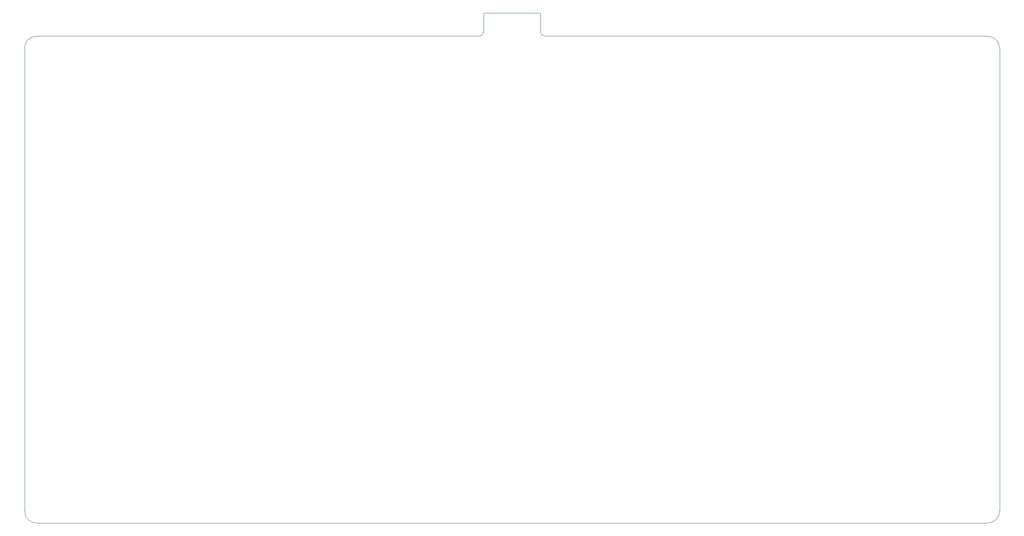
<source format=gm1>
%TF.GenerationSoftware,KiCad,Pcbnew,(5.1.12)-1*%
%TF.CreationDate,2022-01-05T12:33:12-05:00*%
%TF.ProjectId,my-keeb-type-c,6d792d6b-6565-4622-9d74-7970652d632e,rev?*%
%TF.SameCoordinates,Original*%
%TF.FileFunction,Profile,NP*%
%FSLAX46Y46*%
G04 Gerber Fmt 4.6, Leading zero omitted, Abs format (unit mm)*
G04 Created by KiCad (PCBNEW (5.1.12)-1) date 2022-01-05 12:33:12*
%MOMM*%
%LPD*%
G01*
G04 APERTURE LIST*
%TA.AperFunction,Profile*%
%ADD10C,0.050000*%
%TD*%
G04 APERTURE END LIST*
D10*
X123031250Y-21431250D02*
G75*
G02*
X122237500Y-20637500I0J793750D01*
G01*
X111125000Y-16891000D02*
X111125000Y-20637500D01*
X111125000Y-20637500D02*
G75*
G02*
X110331250Y-21431250I-793750J0D01*
G01*
X110331250Y-21431250D02*
X23812500Y-21431250D01*
X122237500Y-16891000D02*
X111125000Y-16891000D01*
X122237500Y-20637500D02*
X122237500Y-16891000D01*
X211931250Y-114300000D02*
X211931250Y-23812500D01*
X209550000Y-116681250D02*
X23812500Y-116681250D01*
X211931250Y-114300000D02*
G75*
G02*
X209550000Y-116681250I-2381250J0D01*
G01*
X123031250Y-21431250D02*
X209550000Y-21431250D01*
X21431250Y-114300000D02*
X21431250Y-23812500D01*
X23812500Y-116681250D02*
G75*
G02*
X21431250Y-114300000I0J2381250D01*
G01*
X209550000Y-21431250D02*
G75*
G02*
X211931250Y-23812500I0J-2381250D01*
G01*
X21431250Y-23812500D02*
G75*
G02*
X23812500Y-21431250I2381250J0D01*
G01*
M02*

</source>
